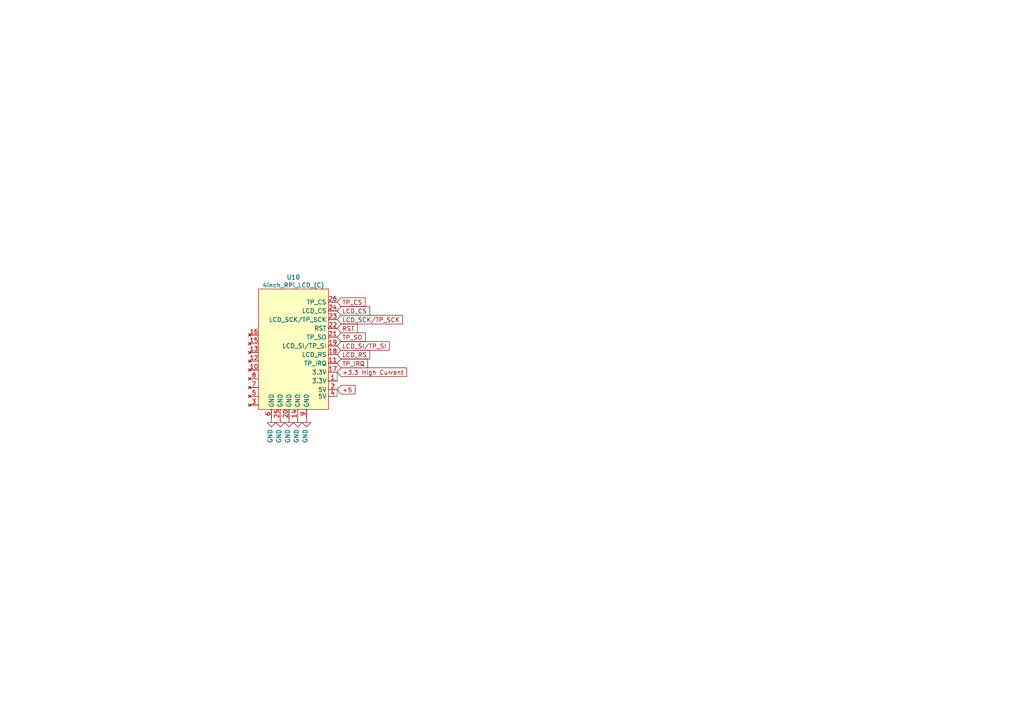
<source format=kicad_sch>
(kicad_sch (version 20210126) (generator eeschema)
  (paper "A4")
  (lib_symbols
    (symbol "power:GND" (power) (pin_names (offset 0))
      (property "Value" "GND" (at 0 -3.81 0))
      (symbol "GND_0_1"
        (polyline (pts (xy 0 0) (xy 0 -1.27) (xy 1.27 -1.27) (xy 0 -2.54) (xy -1.27 -1.27) (xy 0 -1.27)))
      )
      (symbol "GND_1_1"
        (pin power_in line (at 0 0 270) (length 0) hide (name "GND") (number "1"))
      )
    )
    (symbol "teensy:4inch_RPi_LCD_(C)"
      (property "Reference" "U" (at -0.635 56.515 0))
      (property "Value" "4inch_RPi_LCD_(C)" (at -0.635 56.515 0))
      (symbol "4inch_RPi_LCD_(C)_0_0"
        (pin unspecified line (at 72.39 -5.08 180) (length 2.54) (name "3.3V") (number "1"))
        (pin no_connect line (at 46.99 -1.905 0) (length 2.54) (name "") (number "10"))
        (pin unspecified line (at 72.39 0 180) (length 2.54) (name "TP_IRQ") (number "11"))
        (pin no_connect line (at 46.99 0.635 0) (length 2.54) (name "") (number "12"))
        (pin no_connect line (at 46.99 3.175 0) (length 2.54) (name "") (number "13"))
        (pin unspecified line (at 60.96 -15.875 90) (length 2.54) (name "GND") (number "14"))
        (pin no_connect line (at 46.99 5.715 0) (length 2.54) (name "") (number "15"))
        (pin no_connect line (at 46.99 8.255 0) (length 2.54) (name "") (number "16"))
        (pin unspecified line (at 72.39 -2.54 180) (length 2.54) (name "3.3V") (number "17"))
        (pin unspecified line (at 72.39 2.54 180) (length 2.54) (name "LCD_RS") (number "18"))
        (pin unspecified line (at 72.39 5.08 180) (length 2.54) (name "LCD_SI/TP_SI") (number "19"))
        (pin unspecified line (at 72.39 -7.62 180) (length 2.54) (name "5V") (number "2"))
        (pin unspecified line (at 58.42 -15.875 90) (length 2.54) (name "GND") (number "20"))
        (pin unspecified line (at 72.39 7.62 180) (length 2.54) (name "TP_SO") (number "21"))
        (pin unspecified line (at 72.39 10.16 180) (length 2.54) (name "RST") (number "22"))
        (pin unspecified line (at 72.39 12.7 180) (length 2.54) (name "LCD_SCK/TP_SCK") (number "23"))
        (pin unspecified line (at 72.39 15.24 180) (length 2.54) (name "LCD_CS") (number "24"))
        (pin unspecified line (at 55.88 -15.875 90) (length 2.54) (name "GND") (number "25"))
        (pin unspecified line (at 72.39 17.78 180) (length 2.54) (name "TP_CS") (number "26"))
        (pin no_connect line (at 46.99 -12.065 0) (length 2.54) (name "") (number "3"))
        (pin unspecified line (at 72.39 -9.525 180) (length 2.54) (name "5V") (number "4"))
        (pin no_connect line (at 46.99 -9.525 0) (length 2.54) (name "") (number "5"))
        (pin unspecified line (at 53.34 -15.875 90) (length 2.54) (name "GND") (number "6"))
        (pin no_connect line (at 46.99 -6.985 0) (length 2.54) (name "") (number "7"))
        (pin no_connect line (at 46.99 -4.445 0) (length 2.54) (name "") (number "8"))
        (pin unspecified line (at 63.5 -15.875 90) (length 2.54) (name "GND") (number "9"))
      )
      (symbol "4inch_RPi_LCD_(C)_0_1"
        (rectangle (start 49.53 21.59) (end 69.85 -13.335) (stroke (width 0.1524)) (fill (type background)))
      )
    )
  )
  (wire (pts (xy 97.79 107.95) (xy 97.79 110.49)))
  (wire (pts (xy 97.79 113.03) (xy 97.79 114.935)))
  (global_label "TP_CS" (shape input) (at 97.79 87.63 0) (property "Intersheet References" "${INTERSHEET_REFS}" (effects hide)))
  (global_label "LCD_CS" (shape input) (at 97.79 90.17 0) (property "Intersheet References" "${INTERSHEET_REFS}" (effects hide)))
  (global_label "LCD_SCK{slash}TP_SCK" (shape input) (at 97.79 92.71 0) (property "Intersheet References" "${INTERSHEET_REFS}" (effects hide)))
  (global_label "RST" (shape input) (at 97.79 95.25 0) (property "Intersheet References" "${INTERSHEET_REFS}" (effects hide)))
  (global_label "TP_SO" (shape input) (at 97.79 97.79 0) (property "Intersheet References" "${INTERSHEET_REFS}" (effects hide)))
  (global_label "LCD_SI{slash}TP_SI" (shape input) (at 97.79 100.33 0) (property "Intersheet References" "${INTERSHEET_REFS}" (effects hide)))
  (global_label "LCD_RS" (shape input) (at 97.79 102.87 0) (property "Intersheet References" "${INTERSHEET_REFS}" (effects hide)))
  (global_label "TP_IRQ" (shape input) (at 97.79 105.41 0) (property "Intersheet References" "${INTERSHEET_REFS}" (effects hide)))
  (global_label "+3.3 High Current" (shape input) (at 97.79 107.95 0) (property "Intersheet References" "${INTERSHEET_REFS}" (effects hide)))
  (global_label "+5" (shape input) (at 97.79 113.03 0) (property "Intersheet References" "${INTERSHEET_REFS}" (effects hide)))
  (symbol (lib_id "power:GND") (at 78.74 121.285 0) (unit 1)
    (property "Reference" "#PWR0152" (effects hide))
    (property "Value" "GND" (at 78.3515 124.4601 90) (effects (justify right)))
  )
  (symbol (lib_id "power:GND") (at 81.28 121.285 0) (unit 1)
    (property "Reference" "#PWR0151" (effects hide))
    (property "Value" "GND" (at 80.8915 124.4601 90) (effects (justify right)))
  )
  (symbol (lib_id "power:GND") (at 83.82 121.285 0) (unit 1)
    (property "Reference" "#PWR0150" (effects hide))
    (property "Value" "GND" (at 83.4315 124.4601 90) (effects (justify right)))
  )
  (symbol (lib_id "power:GND") (at 86.36 121.285 0) (unit 1)
    (property "Reference" "#PWR0149" (effects hide))
    (property "Value" "GND" (at 85.9715 124.4601 90) (effects (justify right)))
  )
  (symbol (lib_id "power:GND") (at 88.9 121.285 0) (unit 1)
    (property "Reference" "#PWR0148" (effects hide))
    (property "Value" "GND" (at 88.5115 124.4601 90) (effects (justify right)))
  )
  (symbol (lib_id "teensy:4inch_RPi_LCD_(C)") (at 25.4 105.41 0) (unit 1)
    (property "Reference" "U10" (at 85.09 80.4376 0))
    (property "Value" "4inch_RPi_LCD_(C)" (at 85.09 82.7363 0))
  )
)
</source>
